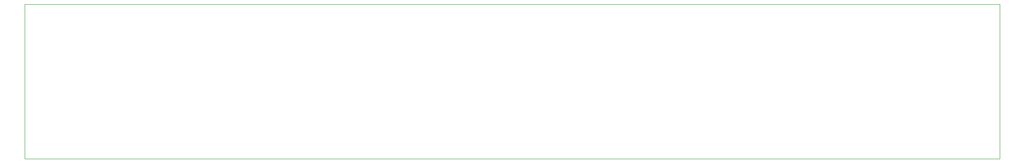
<source format=gbr>
G04 #@! TF.FileFunction,Profile,NP*
%FSLAX46Y46*%
G04 Gerber Fmt 4.6, Leading zero omitted, Abs format (unit mm)*
G04 Created by KiCad (PCBNEW 4.0.4-stable) date 01/02/17 17:56:56*
%MOMM*%
%LPD*%
G01*
G04 APERTURE LIST*
%ADD10C,0.100000*%
G04 APERTURE END LIST*
D10*
X193960000Y637500D02*
X193960000Y31487500D01*
X0Y31487500D02*
X193960000Y31487500D01*
X0Y637500D02*
X0Y31487500D01*
X0Y637500D02*
X193960000Y637500D01*
M02*

</source>
